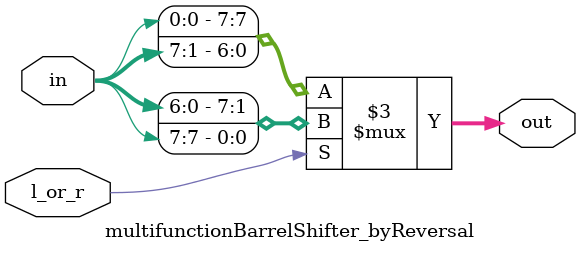
<source format=v>
`timescale 1ns / 1ps


module multifunctionBarrelShifter_byReversal
    (
    input [7:0] in,
    input l_or_r,
    output reg [7:0] out
    );

    reg [7:0] pre_rev, shifted;

    always@(*) begin
        if(l_or_r) begin
            pre_rev = {in[0], in[1], in[2], in[3], in[4], in[5], in[6], in[7]};
            shifted = {pre_rev[0], pre_rev[7:1]};
            out = {shifted[0], shifted[1], shifted[2], shifted[3], shifted[4], shifted[5], shifted[6], shifted[7]};
        end
        else begin
            out = {in[0], in[7:1]};
        end
    end  

endmodule

</source>
